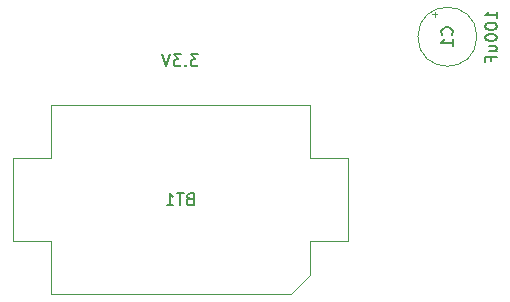
<source format=gbr>
%TF.GenerationSoftware,KiCad,Pcbnew,9.0.5*%
%TF.CreationDate,2026-02-03T12:12:50+01:00*%
%TF.ProjectId,Seminarski,53656d69-6e61-4727-936b-692e6b696361,rev?*%
%TF.SameCoordinates,Original*%
%TF.FileFunction,AssemblyDrawing,Bot*%
%FSLAX46Y46*%
G04 Gerber Fmt 4.6, Leading zero omitted, Abs format (unit mm)*
G04 Created by KiCad (PCBNEW 9.0.5) date 2026-02-03 12:12:50*
%MOMM*%
%LPD*%
G01*
G04 APERTURE LIST*
%ADD10C,0.150000*%
%ADD11C,0.100000*%
G04 APERTURE END LIST*
D10*
X174626189Y-47254819D02*
X174007142Y-47254819D01*
X174007142Y-47254819D02*
X174340475Y-47635771D01*
X174340475Y-47635771D02*
X174197618Y-47635771D01*
X174197618Y-47635771D02*
X174102380Y-47683390D01*
X174102380Y-47683390D02*
X174054761Y-47731009D01*
X174054761Y-47731009D02*
X174007142Y-47826247D01*
X174007142Y-47826247D02*
X174007142Y-48064342D01*
X174007142Y-48064342D02*
X174054761Y-48159580D01*
X174054761Y-48159580D02*
X174102380Y-48207200D01*
X174102380Y-48207200D02*
X174197618Y-48254819D01*
X174197618Y-48254819D02*
X174483332Y-48254819D01*
X174483332Y-48254819D02*
X174578570Y-48207200D01*
X174578570Y-48207200D02*
X174626189Y-48159580D01*
X173578570Y-48159580D02*
X173530951Y-48207200D01*
X173530951Y-48207200D02*
X173578570Y-48254819D01*
X173578570Y-48254819D02*
X173626189Y-48207200D01*
X173626189Y-48207200D02*
X173578570Y-48159580D01*
X173578570Y-48159580D02*
X173578570Y-48254819D01*
X173197618Y-47254819D02*
X172578571Y-47254819D01*
X172578571Y-47254819D02*
X172911904Y-47635771D01*
X172911904Y-47635771D02*
X172769047Y-47635771D01*
X172769047Y-47635771D02*
X172673809Y-47683390D01*
X172673809Y-47683390D02*
X172626190Y-47731009D01*
X172626190Y-47731009D02*
X172578571Y-47826247D01*
X172578571Y-47826247D02*
X172578571Y-48064342D01*
X172578571Y-48064342D02*
X172626190Y-48159580D01*
X172626190Y-48159580D02*
X172673809Y-48207200D01*
X172673809Y-48207200D02*
X172769047Y-48254819D01*
X172769047Y-48254819D02*
X173054761Y-48254819D01*
X173054761Y-48254819D02*
X173149999Y-48207200D01*
X173149999Y-48207200D02*
X173197618Y-48159580D01*
X172292856Y-47254819D02*
X171959523Y-48254819D01*
X171959523Y-48254819D02*
X171626190Y-47254819D01*
X173935714Y-59481009D02*
X173792857Y-59528628D01*
X173792857Y-59528628D02*
X173745238Y-59576247D01*
X173745238Y-59576247D02*
X173697619Y-59671485D01*
X173697619Y-59671485D02*
X173697619Y-59814342D01*
X173697619Y-59814342D02*
X173745238Y-59909580D01*
X173745238Y-59909580D02*
X173792857Y-59957200D01*
X173792857Y-59957200D02*
X173888095Y-60004819D01*
X173888095Y-60004819D02*
X174269047Y-60004819D01*
X174269047Y-60004819D02*
X174269047Y-59004819D01*
X174269047Y-59004819D02*
X173935714Y-59004819D01*
X173935714Y-59004819D02*
X173840476Y-59052438D01*
X173840476Y-59052438D02*
X173792857Y-59100057D01*
X173792857Y-59100057D02*
X173745238Y-59195295D01*
X173745238Y-59195295D02*
X173745238Y-59290533D01*
X173745238Y-59290533D02*
X173792857Y-59385771D01*
X173792857Y-59385771D02*
X173840476Y-59433390D01*
X173840476Y-59433390D02*
X173935714Y-59481009D01*
X173935714Y-59481009D02*
X174269047Y-59481009D01*
X173411904Y-59004819D02*
X172840476Y-59004819D01*
X173126190Y-60004819D02*
X173126190Y-59004819D01*
X171983333Y-60004819D02*
X172554761Y-60004819D01*
X172269047Y-60004819D02*
X172269047Y-59004819D01*
X172269047Y-59004819D02*
X172364285Y-59147676D01*
X172364285Y-59147676D02*
X172459523Y-59242914D01*
X172459523Y-59242914D02*
X172554761Y-59290533D01*
X199954819Y-44202380D02*
X199954819Y-43630952D01*
X199954819Y-43916666D02*
X198954819Y-43916666D01*
X198954819Y-43916666D02*
X199097676Y-43821428D01*
X199097676Y-43821428D02*
X199192914Y-43726190D01*
X199192914Y-43726190D02*
X199240533Y-43630952D01*
X198954819Y-44821428D02*
X198954819Y-44916666D01*
X198954819Y-44916666D02*
X199002438Y-45011904D01*
X199002438Y-45011904D02*
X199050057Y-45059523D01*
X199050057Y-45059523D02*
X199145295Y-45107142D01*
X199145295Y-45107142D02*
X199335771Y-45154761D01*
X199335771Y-45154761D02*
X199573866Y-45154761D01*
X199573866Y-45154761D02*
X199764342Y-45107142D01*
X199764342Y-45107142D02*
X199859580Y-45059523D01*
X199859580Y-45059523D02*
X199907200Y-45011904D01*
X199907200Y-45011904D02*
X199954819Y-44916666D01*
X199954819Y-44916666D02*
X199954819Y-44821428D01*
X199954819Y-44821428D02*
X199907200Y-44726190D01*
X199907200Y-44726190D02*
X199859580Y-44678571D01*
X199859580Y-44678571D02*
X199764342Y-44630952D01*
X199764342Y-44630952D02*
X199573866Y-44583333D01*
X199573866Y-44583333D02*
X199335771Y-44583333D01*
X199335771Y-44583333D02*
X199145295Y-44630952D01*
X199145295Y-44630952D02*
X199050057Y-44678571D01*
X199050057Y-44678571D02*
X199002438Y-44726190D01*
X199002438Y-44726190D02*
X198954819Y-44821428D01*
X198954819Y-45773809D02*
X198954819Y-45869047D01*
X198954819Y-45869047D02*
X199002438Y-45964285D01*
X199002438Y-45964285D02*
X199050057Y-46011904D01*
X199050057Y-46011904D02*
X199145295Y-46059523D01*
X199145295Y-46059523D02*
X199335771Y-46107142D01*
X199335771Y-46107142D02*
X199573866Y-46107142D01*
X199573866Y-46107142D02*
X199764342Y-46059523D01*
X199764342Y-46059523D02*
X199859580Y-46011904D01*
X199859580Y-46011904D02*
X199907200Y-45964285D01*
X199907200Y-45964285D02*
X199954819Y-45869047D01*
X199954819Y-45869047D02*
X199954819Y-45773809D01*
X199954819Y-45773809D02*
X199907200Y-45678571D01*
X199907200Y-45678571D02*
X199859580Y-45630952D01*
X199859580Y-45630952D02*
X199764342Y-45583333D01*
X199764342Y-45583333D02*
X199573866Y-45535714D01*
X199573866Y-45535714D02*
X199335771Y-45535714D01*
X199335771Y-45535714D02*
X199145295Y-45583333D01*
X199145295Y-45583333D02*
X199050057Y-45630952D01*
X199050057Y-45630952D02*
X199002438Y-45678571D01*
X199002438Y-45678571D02*
X198954819Y-45773809D01*
X199288152Y-46964285D02*
X199954819Y-46964285D01*
X199288152Y-46535714D02*
X199811961Y-46535714D01*
X199811961Y-46535714D02*
X199907200Y-46583333D01*
X199907200Y-46583333D02*
X199954819Y-46678571D01*
X199954819Y-46678571D02*
X199954819Y-46821428D01*
X199954819Y-46821428D02*
X199907200Y-46916666D01*
X199907200Y-46916666D02*
X199859580Y-46964285D01*
X199431009Y-47773809D02*
X199431009Y-47440476D01*
X199954819Y-47440476D02*
X198954819Y-47440476D01*
X198954819Y-47440476D02*
X198954819Y-47916666D01*
X196109580Y-45583333D02*
X196157200Y-45535714D01*
X196157200Y-45535714D02*
X196204819Y-45392857D01*
X196204819Y-45392857D02*
X196204819Y-45297619D01*
X196204819Y-45297619D02*
X196157200Y-45154762D01*
X196157200Y-45154762D02*
X196061961Y-45059524D01*
X196061961Y-45059524D02*
X195966723Y-45011905D01*
X195966723Y-45011905D02*
X195776247Y-44964286D01*
X195776247Y-44964286D02*
X195633390Y-44964286D01*
X195633390Y-44964286D02*
X195442914Y-45011905D01*
X195442914Y-45011905D02*
X195347676Y-45059524D01*
X195347676Y-45059524D02*
X195252438Y-45154762D01*
X195252438Y-45154762D02*
X195204819Y-45297619D01*
X195204819Y-45297619D02*
X195204819Y-45392857D01*
X195204819Y-45392857D02*
X195252438Y-45535714D01*
X195252438Y-45535714D02*
X195300057Y-45583333D01*
X196204819Y-46535714D02*
X196204819Y-45964286D01*
X196204819Y-46250000D02*
X195204819Y-46250000D01*
X195204819Y-46250000D02*
X195347676Y-46154762D01*
X195347676Y-46154762D02*
X195442914Y-46059524D01*
X195442914Y-46059524D02*
X195490533Y-45964286D01*
D11*
%TO.C,BT1*%
X158950000Y-56050000D02*
X162150000Y-56050000D01*
X158950000Y-63050000D02*
X158950000Y-56050000D01*
X162150000Y-51550000D02*
X162150000Y-56050000D01*
X162150000Y-51550000D02*
X184150000Y-51550000D01*
X162150000Y-63050000D02*
X158950000Y-63050000D01*
X162150000Y-67550000D02*
X162150000Y-63050000D01*
X162150000Y-67550000D02*
X182550000Y-67550000D01*
X182550000Y-67550000D02*
X184150000Y-65950000D01*
X184150000Y-51550000D02*
X184150000Y-56050000D01*
X184150000Y-63050000D02*
X187350000Y-63050000D01*
X184150000Y-65950000D02*
X184150000Y-63050000D01*
X187350000Y-56050000D02*
X184150000Y-56050000D01*
X187350000Y-63050000D02*
X187350000Y-56050000D01*
%TO.C,C1*%
X194412500Y-43866395D02*
X194912500Y-43866395D01*
X194662500Y-43616395D02*
X194662500Y-44116395D01*
X198250000Y-45750000D02*
G75*
G02*
X193250000Y-45750000I-2500000J0D01*
G01*
X193250000Y-45750000D02*
G75*
G02*
X198250000Y-45750000I2500000J0D01*
G01*
%TD*%
M02*

</source>
